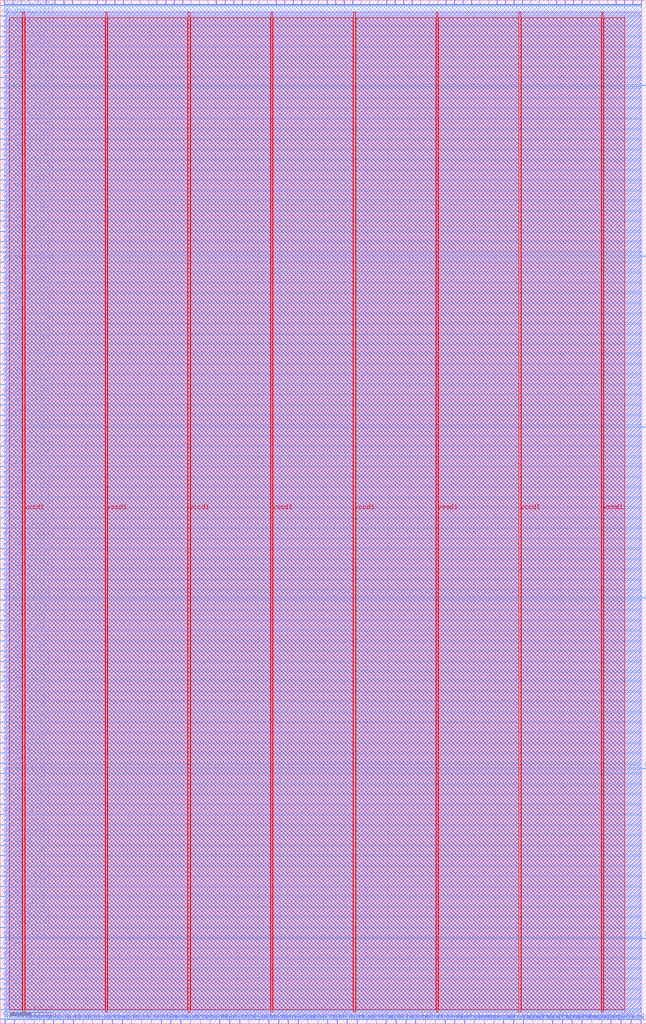
<source format=lef>
VERSION 5.7 ;
  NOWIREEXTENSIONATPIN ON ;
  DIVIDERCHAR "/" ;
  BUSBITCHARS "[]" ;
MACRO Peripherals
  CLASS BLOCK ;
  FOREIGN Peripherals ;
  ORIGIN 0.000 0.000 ;
  SIZE 600.000 BY 950.000 ;
  PIN flash_csb
    DIRECTION INPUT ;
    USE SIGNAL ;
    PORT
      LAYER met2 ;
        RECT 367.630 0.000 367.910 4.000 ;
    END
  END flash_csb
  PIN flash_io0_read
    DIRECTION OUTPUT TRISTATE ;
    USE SIGNAL ;
    PORT
      LAYER met2 ;
        RECT 376.830 0.000 377.110 4.000 ;
    END
  END flash_io0_read
  PIN flash_io0_we
    DIRECTION INPUT ;
    USE SIGNAL ;
    PORT
      LAYER met2 ;
        RECT 385.570 0.000 385.850 4.000 ;
    END
  END flash_io0_we
  PIN flash_io0_write
    DIRECTION INPUT ;
    USE SIGNAL ;
    PORT
      LAYER met2 ;
        RECT 394.770 0.000 395.050 4.000 ;
    END
  END flash_io0_write
  PIN flash_io1_read
    DIRECTION OUTPUT TRISTATE ;
    USE SIGNAL ;
    PORT
      LAYER met2 ;
        RECT 403.970 0.000 404.250 4.000 ;
    END
  END flash_io1_read
  PIN flash_io1_we
    DIRECTION INPUT ;
    USE SIGNAL ;
    PORT
      LAYER met2 ;
        RECT 413.170 0.000 413.450 4.000 ;
    END
  END flash_io1_we
  PIN flash_io1_write
    DIRECTION INPUT ;
    USE SIGNAL ;
    PORT
      LAYER met2 ;
        RECT 421.910 0.000 422.190 4.000 ;
    END
  END flash_io1_write
  PIN flash_sck
    DIRECTION INPUT ;
    USE SIGNAL ;
    PORT
      LAYER met2 ;
        RECT 431.110 0.000 431.390 4.000 ;
    END
  END flash_sck
  PIN internal_uart_rx
    DIRECTION INPUT ;
    USE SIGNAL ;
    PORT
      LAYER met2 ;
        RECT 349.230 0.000 349.510 4.000 ;
    END
  END internal_uart_rx
  PIN internal_uart_tx
    DIRECTION OUTPUT TRISTATE ;
    USE SIGNAL ;
    PORT
      LAYER met2 ;
        RECT 358.430 0.000 358.710 4.000 ;
    END
  END internal_uart_tx
  PIN io_in[0]
    DIRECTION INPUT ;
    USE SIGNAL ;
    PORT
      LAYER met2 ;
        RECT 3.770 946.000 4.050 950.000 ;
    END
  END io_in[0]
  PIN io_in[10]
    DIRECTION INPUT ;
    USE SIGNAL ;
    PORT
      LAYER met2 ;
        RECT 82.430 946.000 82.710 950.000 ;
    END
  END io_in[10]
  PIN io_in[11]
    DIRECTION INPUT ;
    USE SIGNAL ;
    PORT
      LAYER met2 ;
        RECT 90.250 946.000 90.530 950.000 ;
    END
  END io_in[11]
  PIN io_in[12]
    DIRECTION INPUT ;
    USE SIGNAL ;
    PORT
      LAYER met2 ;
        RECT 98.070 946.000 98.350 950.000 ;
    END
  END io_in[12]
  PIN io_in[13]
    DIRECTION INPUT ;
    USE SIGNAL ;
    PORT
      LAYER met2 ;
        RECT 106.350 946.000 106.630 950.000 ;
    END
  END io_in[13]
  PIN io_in[14]
    DIRECTION INPUT ;
    USE SIGNAL ;
    PORT
      LAYER met2 ;
        RECT 114.170 946.000 114.450 950.000 ;
    END
  END io_in[14]
  PIN io_in[15]
    DIRECTION INPUT ;
    USE SIGNAL ;
    PORT
      LAYER met2 ;
        RECT 121.990 946.000 122.270 950.000 ;
    END
  END io_in[15]
  PIN io_in[16]
    DIRECTION INPUT ;
    USE SIGNAL ;
    PORT
      LAYER met2 ;
        RECT 129.810 946.000 130.090 950.000 ;
    END
  END io_in[16]
  PIN io_in[17]
    DIRECTION INPUT ;
    USE SIGNAL ;
    PORT
      LAYER met2 ;
        RECT 137.630 946.000 137.910 950.000 ;
    END
  END io_in[17]
  PIN io_in[18]
    DIRECTION INPUT ;
    USE SIGNAL ;
    PORT
      LAYER met2 ;
        RECT 145.450 946.000 145.730 950.000 ;
    END
  END io_in[18]
  PIN io_in[19]
    DIRECTION INPUT ;
    USE SIGNAL ;
    PORT
      LAYER met2 ;
        RECT 153.730 946.000 154.010 950.000 ;
    END
  END io_in[19]
  PIN io_in[1]
    DIRECTION INPUT ;
    USE SIGNAL ;
    PORT
      LAYER met2 ;
        RECT 11.590 946.000 11.870 950.000 ;
    END
  END io_in[1]
  PIN io_in[20]
    DIRECTION INPUT ;
    USE SIGNAL ;
    PORT
      LAYER met2 ;
        RECT 161.550 946.000 161.830 950.000 ;
    END
  END io_in[20]
  PIN io_in[21]
    DIRECTION INPUT ;
    USE SIGNAL ;
    PORT
      LAYER met2 ;
        RECT 169.370 946.000 169.650 950.000 ;
    END
  END io_in[21]
  PIN io_in[22]
    DIRECTION INPUT ;
    USE SIGNAL ;
    PORT
      LAYER met2 ;
        RECT 177.190 946.000 177.470 950.000 ;
    END
  END io_in[22]
  PIN io_in[23]
    DIRECTION INPUT ;
    USE SIGNAL ;
    PORT
      LAYER met2 ;
        RECT 185.010 946.000 185.290 950.000 ;
    END
  END io_in[23]
  PIN io_in[24]
    DIRECTION INPUT ;
    USE SIGNAL ;
    PORT
      LAYER met2 ;
        RECT 192.830 946.000 193.110 950.000 ;
    END
  END io_in[24]
  PIN io_in[25]
    DIRECTION INPUT ;
    USE SIGNAL ;
    PORT
      LAYER met2 ;
        RECT 200.650 946.000 200.930 950.000 ;
    END
  END io_in[25]
  PIN io_in[26]
    DIRECTION INPUT ;
    USE SIGNAL ;
    PORT
      LAYER met2 ;
        RECT 208.930 946.000 209.210 950.000 ;
    END
  END io_in[26]
  PIN io_in[27]
    DIRECTION INPUT ;
    USE SIGNAL ;
    PORT
      LAYER met2 ;
        RECT 216.750 946.000 217.030 950.000 ;
    END
  END io_in[27]
  PIN io_in[28]
    DIRECTION INPUT ;
    USE SIGNAL ;
    PORT
      LAYER met2 ;
        RECT 224.570 946.000 224.850 950.000 ;
    END
  END io_in[28]
  PIN io_in[29]
    DIRECTION INPUT ;
    USE SIGNAL ;
    PORT
      LAYER met2 ;
        RECT 232.390 946.000 232.670 950.000 ;
    END
  END io_in[29]
  PIN io_in[2]
    DIRECTION INPUT ;
    USE SIGNAL ;
    PORT
      LAYER met2 ;
        RECT 19.410 946.000 19.690 950.000 ;
    END
  END io_in[2]
  PIN io_in[30]
    DIRECTION INPUT ;
    USE SIGNAL ;
    PORT
      LAYER met2 ;
        RECT 240.210 946.000 240.490 950.000 ;
    END
  END io_in[30]
  PIN io_in[31]
    DIRECTION INPUT ;
    USE SIGNAL ;
    PORT
      LAYER met2 ;
        RECT 248.030 946.000 248.310 950.000 ;
    END
  END io_in[31]
  PIN io_in[32]
    DIRECTION INPUT ;
    USE SIGNAL ;
    PORT
      LAYER met2 ;
        RECT 256.310 946.000 256.590 950.000 ;
    END
  END io_in[32]
  PIN io_in[33]
    DIRECTION INPUT ;
    USE SIGNAL ;
    PORT
      LAYER met2 ;
        RECT 264.130 946.000 264.410 950.000 ;
    END
  END io_in[33]
  PIN io_in[34]
    DIRECTION INPUT ;
    USE SIGNAL ;
    PORT
      LAYER met2 ;
        RECT 271.950 946.000 272.230 950.000 ;
    END
  END io_in[34]
  PIN io_in[35]
    DIRECTION INPUT ;
    USE SIGNAL ;
    PORT
      LAYER met2 ;
        RECT 279.770 946.000 280.050 950.000 ;
    END
  END io_in[35]
  PIN io_in[36]
    DIRECTION INPUT ;
    USE SIGNAL ;
    PORT
      LAYER met2 ;
        RECT 287.590 946.000 287.870 950.000 ;
    END
  END io_in[36]
  PIN io_in[37]
    DIRECTION INPUT ;
    USE SIGNAL ;
    PORT
      LAYER met2 ;
        RECT 295.410 946.000 295.690 950.000 ;
    END
  END io_in[37]
  PIN io_in[3]
    DIRECTION INPUT ;
    USE SIGNAL ;
    PORT
      LAYER met2 ;
        RECT 27.230 946.000 27.510 950.000 ;
    END
  END io_in[3]
  PIN io_in[4]
    DIRECTION INPUT ;
    USE SIGNAL ;
    PORT
      LAYER met2 ;
        RECT 35.050 946.000 35.330 950.000 ;
    END
  END io_in[4]
  PIN io_in[5]
    DIRECTION INPUT ;
    USE SIGNAL ;
    PORT
      LAYER met2 ;
        RECT 42.870 946.000 43.150 950.000 ;
    END
  END io_in[5]
  PIN io_in[6]
    DIRECTION INPUT ;
    USE SIGNAL ;
    PORT
      LAYER met2 ;
        RECT 50.690 946.000 50.970 950.000 ;
    END
  END io_in[6]
  PIN io_in[7]
    DIRECTION INPUT ;
    USE SIGNAL ;
    PORT
      LAYER met2 ;
        RECT 58.970 946.000 59.250 950.000 ;
    END
  END io_in[7]
  PIN io_in[8]
    DIRECTION INPUT ;
    USE SIGNAL ;
    PORT
      LAYER met2 ;
        RECT 66.790 946.000 67.070 950.000 ;
    END
  END io_in[8]
  PIN io_in[9]
    DIRECTION INPUT ;
    USE SIGNAL ;
    PORT
      LAYER met2 ;
        RECT 74.610 946.000 74.890 950.000 ;
    END
  END io_in[9]
  PIN io_oeb[0]
    DIRECTION OUTPUT TRISTATE ;
    USE SIGNAL ;
    PORT
      LAYER met2 ;
        RECT 4.230 0.000 4.510 4.000 ;
    END
  END io_oeb[0]
  PIN io_oeb[10]
    DIRECTION OUTPUT TRISTATE ;
    USE SIGNAL ;
    PORT
      LAYER met2 ;
        RECT 94.850 0.000 95.130 4.000 ;
    END
  END io_oeb[10]
  PIN io_oeb[11]
    DIRECTION OUTPUT TRISTATE ;
    USE SIGNAL ;
    PORT
      LAYER met2 ;
        RECT 104.050 0.000 104.330 4.000 ;
    END
  END io_oeb[11]
  PIN io_oeb[12]
    DIRECTION OUTPUT TRISTATE ;
    USE SIGNAL ;
    PORT
      LAYER met2 ;
        RECT 113.250 0.000 113.530 4.000 ;
    END
  END io_oeb[12]
  PIN io_oeb[13]
    DIRECTION OUTPUT TRISTATE ;
    USE SIGNAL ;
    PORT
      LAYER met2 ;
        RECT 121.990 0.000 122.270 4.000 ;
    END
  END io_oeb[13]
  PIN io_oeb[14]
    DIRECTION OUTPUT TRISTATE ;
    USE SIGNAL ;
    PORT
      LAYER met2 ;
        RECT 131.190 0.000 131.470 4.000 ;
    END
  END io_oeb[14]
  PIN io_oeb[15]
    DIRECTION OUTPUT TRISTATE ;
    USE SIGNAL ;
    PORT
      LAYER met2 ;
        RECT 140.390 0.000 140.670 4.000 ;
    END
  END io_oeb[15]
  PIN io_oeb[16]
    DIRECTION OUTPUT TRISTATE ;
    USE SIGNAL ;
    PORT
      LAYER met2 ;
        RECT 149.590 0.000 149.870 4.000 ;
    END
  END io_oeb[16]
  PIN io_oeb[17]
    DIRECTION OUTPUT TRISTATE ;
    USE SIGNAL ;
    PORT
      LAYER met2 ;
        RECT 158.330 0.000 158.610 4.000 ;
    END
  END io_oeb[17]
  PIN io_oeb[18]
    DIRECTION OUTPUT TRISTATE ;
    USE SIGNAL ;
    PORT
      LAYER met2 ;
        RECT 167.530 0.000 167.810 4.000 ;
    END
  END io_oeb[18]
  PIN io_oeb[19]
    DIRECTION OUTPUT TRISTATE ;
    USE SIGNAL ;
    PORT
      LAYER met2 ;
        RECT 176.730 0.000 177.010 4.000 ;
    END
  END io_oeb[19]
  PIN io_oeb[1]
    DIRECTION OUTPUT TRISTATE ;
    USE SIGNAL ;
    PORT
      LAYER met2 ;
        RECT 12.970 0.000 13.250 4.000 ;
    END
  END io_oeb[1]
  PIN io_oeb[20]
    DIRECTION OUTPUT TRISTATE ;
    USE SIGNAL ;
    PORT
      LAYER met2 ;
        RECT 185.930 0.000 186.210 4.000 ;
    END
  END io_oeb[20]
  PIN io_oeb[21]
    DIRECTION OUTPUT TRISTATE ;
    USE SIGNAL ;
    PORT
      LAYER met2 ;
        RECT 194.670 0.000 194.950 4.000 ;
    END
  END io_oeb[21]
  PIN io_oeb[22]
    DIRECTION OUTPUT TRISTATE ;
    USE SIGNAL ;
    PORT
      LAYER met2 ;
        RECT 203.870 0.000 204.150 4.000 ;
    END
  END io_oeb[22]
  PIN io_oeb[23]
    DIRECTION OUTPUT TRISTATE ;
    USE SIGNAL ;
    PORT
      LAYER met2 ;
        RECT 213.070 0.000 213.350 4.000 ;
    END
  END io_oeb[23]
  PIN io_oeb[24]
    DIRECTION OUTPUT TRISTATE ;
    USE SIGNAL ;
    PORT
      LAYER met2 ;
        RECT 222.270 0.000 222.550 4.000 ;
    END
  END io_oeb[24]
  PIN io_oeb[25]
    DIRECTION OUTPUT TRISTATE ;
    USE SIGNAL ;
    PORT
      LAYER met2 ;
        RECT 231.010 0.000 231.290 4.000 ;
    END
  END io_oeb[25]
  PIN io_oeb[26]
    DIRECTION OUTPUT TRISTATE ;
    USE SIGNAL ;
    PORT
      LAYER met2 ;
        RECT 240.210 0.000 240.490 4.000 ;
    END
  END io_oeb[26]
  PIN io_oeb[27]
    DIRECTION OUTPUT TRISTATE ;
    USE SIGNAL ;
    PORT
      LAYER met2 ;
        RECT 249.410 0.000 249.690 4.000 ;
    END
  END io_oeb[27]
  PIN io_oeb[28]
    DIRECTION OUTPUT TRISTATE ;
    USE SIGNAL ;
    PORT
      LAYER met2 ;
        RECT 258.610 0.000 258.890 4.000 ;
    END
  END io_oeb[28]
  PIN io_oeb[29]
    DIRECTION OUTPUT TRISTATE ;
    USE SIGNAL ;
    PORT
      LAYER met2 ;
        RECT 267.350 0.000 267.630 4.000 ;
    END
  END io_oeb[29]
  PIN io_oeb[2]
    DIRECTION OUTPUT TRISTATE ;
    USE SIGNAL ;
    PORT
      LAYER met2 ;
        RECT 22.170 0.000 22.450 4.000 ;
    END
  END io_oeb[2]
  PIN io_oeb[30]
    DIRECTION OUTPUT TRISTATE ;
    USE SIGNAL ;
    PORT
      LAYER met2 ;
        RECT 276.550 0.000 276.830 4.000 ;
    END
  END io_oeb[30]
  PIN io_oeb[31]
    DIRECTION OUTPUT TRISTATE ;
    USE SIGNAL ;
    PORT
      LAYER met2 ;
        RECT 285.750 0.000 286.030 4.000 ;
    END
  END io_oeb[31]
  PIN io_oeb[32]
    DIRECTION OUTPUT TRISTATE ;
    USE SIGNAL ;
    PORT
      LAYER met2 ;
        RECT 294.950 0.000 295.230 4.000 ;
    END
  END io_oeb[32]
  PIN io_oeb[33]
    DIRECTION OUTPUT TRISTATE ;
    USE SIGNAL ;
    PORT
      LAYER met2 ;
        RECT 304.150 0.000 304.430 4.000 ;
    END
  END io_oeb[33]
  PIN io_oeb[34]
    DIRECTION OUTPUT TRISTATE ;
    USE SIGNAL ;
    PORT
      LAYER met2 ;
        RECT 312.890 0.000 313.170 4.000 ;
    END
  END io_oeb[34]
  PIN io_oeb[35]
    DIRECTION OUTPUT TRISTATE ;
    USE SIGNAL ;
    PORT
      LAYER met2 ;
        RECT 322.090 0.000 322.370 4.000 ;
    END
  END io_oeb[35]
  PIN io_oeb[36]
    DIRECTION OUTPUT TRISTATE ;
    USE SIGNAL ;
    PORT
      LAYER met2 ;
        RECT 331.290 0.000 331.570 4.000 ;
    END
  END io_oeb[36]
  PIN io_oeb[37]
    DIRECTION OUTPUT TRISTATE ;
    USE SIGNAL ;
    PORT
      LAYER met2 ;
        RECT 340.490 0.000 340.770 4.000 ;
    END
  END io_oeb[37]
  PIN io_oeb[3]
    DIRECTION OUTPUT TRISTATE ;
    USE SIGNAL ;
    PORT
      LAYER met2 ;
        RECT 31.370 0.000 31.650 4.000 ;
    END
  END io_oeb[3]
  PIN io_oeb[4]
    DIRECTION OUTPUT TRISTATE ;
    USE SIGNAL ;
    PORT
      LAYER met2 ;
        RECT 40.570 0.000 40.850 4.000 ;
    END
  END io_oeb[4]
  PIN io_oeb[5]
    DIRECTION OUTPUT TRISTATE ;
    USE SIGNAL ;
    PORT
      LAYER met2 ;
        RECT 49.310 0.000 49.590 4.000 ;
    END
  END io_oeb[5]
  PIN io_oeb[6]
    DIRECTION OUTPUT TRISTATE ;
    USE SIGNAL ;
    PORT
      LAYER met2 ;
        RECT 58.510 0.000 58.790 4.000 ;
    END
  END io_oeb[6]
  PIN io_oeb[7]
    DIRECTION OUTPUT TRISTATE ;
    USE SIGNAL ;
    PORT
      LAYER met2 ;
        RECT 67.710 0.000 67.990 4.000 ;
    END
  END io_oeb[7]
  PIN io_oeb[8]
    DIRECTION OUTPUT TRISTATE ;
    USE SIGNAL ;
    PORT
      LAYER met2 ;
        RECT 76.910 0.000 77.190 4.000 ;
    END
  END io_oeb[8]
  PIN io_oeb[9]
    DIRECTION OUTPUT TRISTATE ;
    USE SIGNAL ;
    PORT
      LAYER met2 ;
        RECT 85.650 0.000 85.930 4.000 ;
    END
  END io_oeb[9]
  PIN io_out[0]
    DIRECTION OUTPUT TRISTATE ;
    USE SIGNAL ;
    PORT
      LAYER met2 ;
        RECT 303.690 946.000 303.970 950.000 ;
    END
  END io_out[0]
  PIN io_out[10]
    DIRECTION OUTPUT TRISTATE ;
    USE SIGNAL ;
    PORT
      LAYER met2 ;
        RECT 382.350 946.000 382.630 950.000 ;
    END
  END io_out[10]
  PIN io_out[11]
    DIRECTION OUTPUT TRISTATE ;
    USE SIGNAL ;
    PORT
      LAYER met2 ;
        RECT 390.170 946.000 390.450 950.000 ;
    END
  END io_out[11]
  PIN io_out[12]
    DIRECTION OUTPUT TRISTATE ;
    USE SIGNAL ;
    PORT
      LAYER met2 ;
        RECT 397.990 946.000 398.270 950.000 ;
    END
  END io_out[12]
  PIN io_out[13]
    DIRECTION OUTPUT TRISTATE ;
    USE SIGNAL ;
    PORT
      LAYER met2 ;
        RECT 406.270 946.000 406.550 950.000 ;
    END
  END io_out[13]
  PIN io_out[14]
    DIRECTION OUTPUT TRISTATE ;
    USE SIGNAL ;
    PORT
      LAYER met2 ;
        RECT 414.090 946.000 414.370 950.000 ;
    END
  END io_out[14]
  PIN io_out[15]
    DIRECTION OUTPUT TRISTATE ;
    USE SIGNAL ;
    PORT
      LAYER met2 ;
        RECT 421.910 946.000 422.190 950.000 ;
    END
  END io_out[15]
  PIN io_out[16]
    DIRECTION OUTPUT TRISTATE ;
    USE SIGNAL ;
    PORT
      LAYER met2 ;
        RECT 429.730 946.000 430.010 950.000 ;
    END
  END io_out[16]
  PIN io_out[17]
    DIRECTION OUTPUT TRISTATE ;
    USE SIGNAL ;
    PORT
      LAYER met2 ;
        RECT 437.550 946.000 437.830 950.000 ;
    END
  END io_out[17]
  PIN io_out[18]
    DIRECTION OUTPUT TRISTATE ;
    USE SIGNAL ;
    PORT
      LAYER met2 ;
        RECT 445.370 946.000 445.650 950.000 ;
    END
  END io_out[18]
  PIN io_out[19]
    DIRECTION OUTPUT TRISTATE ;
    USE SIGNAL ;
    PORT
      LAYER met2 ;
        RECT 453.650 946.000 453.930 950.000 ;
    END
  END io_out[19]
  PIN io_out[1]
    DIRECTION OUTPUT TRISTATE ;
    USE SIGNAL ;
    PORT
      LAYER met2 ;
        RECT 311.510 946.000 311.790 950.000 ;
    END
  END io_out[1]
  PIN io_out[20]
    DIRECTION OUTPUT TRISTATE ;
    USE SIGNAL ;
    PORT
      LAYER met2 ;
        RECT 461.470 946.000 461.750 950.000 ;
    END
  END io_out[20]
  PIN io_out[21]
    DIRECTION OUTPUT TRISTATE ;
    USE SIGNAL ;
    PORT
      LAYER met2 ;
        RECT 469.290 946.000 469.570 950.000 ;
    END
  END io_out[21]
  PIN io_out[22]
    DIRECTION OUTPUT TRISTATE ;
    USE SIGNAL ;
    PORT
      LAYER met2 ;
        RECT 477.110 946.000 477.390 950.000 ;
    END
  END io_out[22]
  PIN io_out[23]
    DIRECTION OUTPUT TRISTATE ;
    USE SIGNAL ;
    PORT
      LAYER met2 ;
        RECT 484.930 946.000 485.210 950.000 ;
    END
  END io_out[23]
  PIN io_out[24]
    DIRECTION OUTPUT TRISTATE ;
    USE SIGNAL ;
    PORT
      LAYER met2 ;
        RECT 492.750 946.000 493.030 950.000 ;
    END
  END io_out[24]
  PIN io_out[25]
    DIRECTION OUTPUT TRISTATE ;
    USE SIGNAL ;
    PORT
      LAYER met2 ;
        RECT 500.570 946.000 500.850 950.000 ;
    END
  END io_out[25]
  PIN io_out[26]
    DIRECTION OUTPUT TRISTATE ;
    USE SIGNAL ;
    PORT
      LAYER met2 ;
        RECT 508.850 946.000 509.130 950.000 ;
    END
  END io_out[26]
  PIN io_out[27]
    DIRECTION OUTPUT TRISTATE ;
    USE SIGNAL ;
    PORT
      LAYER met2 ;
        RECT 516.670 946.000 516.950 950.000 ;
    END
  END io_out[27]
  PIN io_out[28]
    DIRECTION OUTPUT TRISTATE ;
    USE SIGNAL ;
    PORT
      LAYER met2 ;
        RECT 524.490 946.000 524.770 950.000 ;
    END
  END io_out[28]
  PIN io_out[29]
    DIRECTION OUTPUT TRISTATE ;
    USE SIGNAL ;
    PORT
      LAYER met2 ;
        RECT 532.310 946.000 532.590 950.000 ;
    END
  END io_out[29]
  PIN io_out[2]
    DIRECTION OUTPUT TRISTATE ;
    USE SIGNAL ;
    PORT
      LAYER met2 ;
        RECT 319.330 946.000 319.610 950.000 ;
    END
  END io_out[2]
  PIN io_out[30]
    DIRECTION OUTPUT TRISTATE ;
    USE SIGNAL ;
    PORT
      LAYER met2 ;
        RECT 540.130 946.000 540.410 950.000 ;
    END
  END io_out[30]
  PIN io_out[31]
    DIRECTION OUTPUT TRISTATE ;
    USE SIGNAL ;
    PORT
      LAYER met2 ;
        RECT 547.950 946.000 548.230 950.000 ;
    END
  END io_out[31]
  PIN io_out[32]
    DIRECTION OUTPUT TRISTATE ;
    USE SIGNAL ;
    PORT
      LAYER met2 ;
        RECT 556.230 946.000 556.510 950.000 ;
    END
  END io_out[32]
  PIN io_out[33]
    DIRECTION OUTPUT TRISTATE ;
    USE SIGNAL ;
    PORT
      LAYER met2 ;
        RECT 564.050 946.000 564.330 950.000 ;
    END
  END io_out[33]
  PIN io_out[34]
    DIRECTION OUTPUT TRISTATE ;
    USE SIGNAL ;
    PORT
      LAYER met2 ;
        RECT 571.870 946.000 572.150 950.000 ;
    END
  END io_out[34]
  PIN io_out[35]
    DIRECTION OUTPUT TRISTATE ;
    USE SIGNAL ;
    PORT
      LAYER met2 ;
        RECT 579.690 946.000 579.970 950.000 ;
    END
  END io_out[35]
  PIN io_out[36]
    DIRECTION OUTPUT TRISTATE ;
    USE SIGNAL ;
    PORT
      LAYER met2 ;
        RECT 587.510 946.000 587.790 950.000 ;
    END
  END io_out[36]
  PIN io_out[37]
    DIRECTION OUTPUT TRISTATE ;
    USE SIGNAL ;
    PORT
      LAYER met2 ;
        RECT 595.330 946.000 595.610 950.000 ;
    END
  END io_out[37]
  PIN io_out[3]
    DIRECTION OUTPUT TRISTATE ;
    USE SIGNAL ;
    PORT
      LAYER met2 ;
        RECT 327.150 946.000 327.430 950.000 ;
    END
  END io_out[3]
  PIN io_out[4]
    DIRECTION OUTPUT TRISTATE ;
    USE SIGNAL ;
    PORT
      LAYER met2 ;
        RECT 334.970 946.000 335.250 950.000 ;
    END
  END io_out[4]
  PIN io_out[5]
    DIRECTION OUTPUT TRISTATE ;
    USE SIGNAL ;
    PORT
      LAYER met2 ;
        RECT 342.790 946.000 343.070 950.000 ;
    END
  END io_out[5]
  PIN io_out[6]
    DIRECTION OUTPUT TRISTATE ;
    USE SIGNAL ;
    PORT
      LAYER met2 ;
        RECT 350.610 946.000 350.890 950.000 ;
    END
  END io_out[6]
  PIN io_out[7]
    DIRECTION OUTPUT TRISTATE ;
    USE SIGNAL ;
    PORT
      LAYER met2 ;
        RECT 358.890 946.000 359.170 950.000 ;
    END
  END io_out[7]
  PIN io_out[8]
    DIRECTION OUTPUT TRISTATE ;
    USE SIGNAL ;
    PORT
      LAYER met2 ;
        RECT 366.710 946.000 366.990 950.000 ;
    END
  END io_out[8]
  PIN io_out[9]
    DIRECTION OUTPUT TRISTATE ;
    USE SIGNAL ;
    PORT
      LAYER met2 ;
        RECT 374.530 946.000 374.810 950.000 ;
    END
  END io_out[9]
  PIN jtag_tck
    DIRECTION OUTPUT TRISTATE ;
    USE SIGNAL ;
    PORT
      LAYER met3 ;
        RECT 596.000 395.120 600.000 395.720 ;
    END
  END jtag_tck
  PIN jtag_tdi
    DIRECTION OUTPUT TRISTATE ;
    USE SIGNAL ;
    PORT
      LAYER met3 ;
        RECT 596.000 553.560 600.000 554.160 ;
    END
  END jtag_tdi
  PIN jtag_tdo
    DIRECTION INPUT ;
    USE SIGNAL ;
    PORT
      LAYER met3 ;
        RECT 596.000 712.000 600.000 712.600 ;
    END
  END jtag_tdo
  PIN jtag_tms
    DIRECTION OUTPUT TRISTATE ;
    USE SIGNAL ;
    PORT
      LAYER met3 ;
        RECT 596.000 870.440 600.000 871.040 ;
    END
  END jtag_tms
  PIN peripheral_irq[0]
    DIRECTION OUTPUT TRISTATE ;
    USE SIGNAL ;
    PORT
      LAYER met2 ;
        RECT 440.310 0.000 440.590 4.000 ;
    END
  END peripheral_irq[0]
  PIN peripheral_irq[1]
    DIRECTION OUTPUT TRISTATE ;
    USE SIGNAL ;
    PORT
      LAYER met2 ;
        RECT 449.510 0.000 449.790 4.000 ;
    END
  END peripheral_irq[1]
  PIN peripheral_irq[2]
    DIRECTION OUTPUT TRISTATE ;
    USE SIGNAL ;
    PORT
      LAYER met2 ;
        RECT 458.250 0.000 458.530 4.000 ;
    END
  END peripheral_irq[2]
  PIN peripheral_irq[3]
    DIRECTION OUTPUT TRISTATE ;
    USE SIGNAL ;
    PORT
      LAYER met2 ;
        RECT 467.450 0.000 467.730 4.000 ;
    END
  END peripheral_irq[3]
  PIN peripheral_irq[4]
    DIRECTION OUTPUT TRISTATE ;
    USE SIGNAL ;
    PORT
      LAYER met2 ;
        RECT 476.650 0.000 476.930 4.000 ;
    END
  END peripheral_irq[4]
  PIN peripheral_irq[5]
    DIRECTION OUTPUT TRISTATE ;
    USE SIGNAL ;
    PORT
      LAYER met2 ;
        RECT 485.850 0.000 486.130 4.000 ;
    END
  END peripheral_irq[5]
  PIN peripheral_irq[6]
    DIRECTION OUTPUT TRISTATE ;
    USE SIGNAL ;
    PORT
      LAYER met2 ;
        RECT 494.590 0.000 494.870 4.000 ;
    END
  END peripheral_irq[6]
  PIN peripheral_irq[7]
    DIRECTION OUTPUT TRISTATE ;
    USE SIGNAL ;
    PORT
      LAYER met2 ;
        RECT 503.790 0.000 504.070 4.000 ;
    END
  END peripheral_irq[7]
  PIN peripheral_irq[8]
    DIRECTION OUTPUT TRISTATE ;
    USE SIGNAL ;
    PORT
      LAYER met2 ;
        RECT 512.990 0.000 513.270 4.000 ;
    END
  END peripheral_irq[8]
  PIN peripheral_irq[9]
    DIRECTION OUTPUT TRISTATE ;
    USE SIGNAL ;
    PORT
      LAYER met2 ;
        RECT 522.190 0.000 522.470 4.000 ;
    END
  END peripheral_irq[9]
  PIN probe_blink[0]
    DIRECTION OUTPUT TRISTATE ;
    USE SIGNAL ;
    PORT
      LAYER met3 ;
        RECT 596.000 78.920 600.000 79.520 ;
    END
  END probe_blink[0]
  PIN probe_blink[1]
    DIRECTION OUTPUT TRISTATE ;
    USE SIGNAL ;
    PORT
      LAYER met3 ;
        RECT 596.000 236.680 600.000 237.280 ;
    END
  END probe_blink[1]
  PIN vccd1
    DIRECTION INPUT ;
    USE POWER ;
    PORT
      LAYER met4 ;
        RECT 21.040 10.640 22.640 938.640 ;
    END
    PORT
      LAYER met4 ;
        RECT 174.640 10.640 176.240 938.640 ;
    END
    PORT
      LAYER met4 ;
        RECT 328.240 10.640 329.840 938.640 ;
    END
    PORT
      LAYER met4 ;
        RECT 481.840 10.640 483.440 938.640 ;
    END
  END vccd1
  PIN vga_b[0]
    DIRECTION INPUT ;
    USE SIGNAL ;
    PORT
      LAYER met2 ;
        RECT 549.330 0.000 549.610 4.000 ;
    END
  END vga_b[0]
  PIN vga_b[1]
    DIRECTION INPUT ;
    USE SIGNAL ;
    PORT
      LAYER met2 ;
        RECT 576.470 0.000 576.750 4.000 ;
    END
  END vga_b[1]
  PIN vga_g[0]
    DIRECTION INPUT ;
    USE SIGNAL ;
    PORT
      LAYER met2 ;
        RECT 558.530 0.000 558.810 4.000 ;
    END
  END vga_g[0]
  PIN vga_g[1]
    DIRECTION INPUT ;
    USE SIGNAL ;
    PORT
      LAYER met2 ;
        RECT 585.670 0.000 585.950 4.000 ;
    END
  END vga_g[1]
  PIN vga_hsync
    DIRECTION INPUT ;
    USE SIGNAL ;
    PORT
      LAYER met2 ;
        RECT 530.930 0.000 531.210 4.000 ;
    END
  END vga_hsync
  PIN vga_r[0]
    DIRECTION INPUT ;
    USE SIGNAL ;
    PORT
      LAYER met2 ;
        RECT 567.270 0.000 567.550 4.000 ;
    END
  END vga_r[0]
  PIN vga_r[1]
    DIRECTION INPUT ;
    USE SIGNAL ;
    PORT
      LAYER met2 ;
        RECT 594.870 0.000 595.150 4.000 ;
    END
  END vga_r[1]
  PIN vga_vsync
    DIRECTION INPUT ;
    USE SIGNAL ;
    PORT
      LAYER met2 ;
        RECT 540.130 0.000 540.410 4.000 ;
    END
  END vga_vsync
  PIN vssd1
    DIRECTION INPUT ;
    USE GROUND ;
    PORT
      LAYER met4 ;
        RECT 97.840 10.640 99.440 938.640 ;
    END
    PORT
      LAYER met4 ;
        RECT 251.440 10.640 253.040 938.640 ;
    END
    PORT
      LAYER met4 ;
        RECT 405.040 10.640 406.640 938.640 ;
    END
    PORT
      LAYER met4 ;
        RECT 558.640 10.640 560.240 938.640 ;
    END
  END vssd1
  PIN wb_ack_o
    DIRECTION OUTPUT TRISTATE ;
    USE SIGNAL ;
    PORT
      LAYER met3 ;
        RECT 0.000 4.120 4.000 4.720 ;
    END
  END wb_ack_o
  PIN wb_adr_i[0]
    DIRECTION INPUT ;
    USE SIGNAL ;
    PORT
      LAYER met3 ;
        RECT 0.000 79.600 4.000 80.200 ;
    END
  END wb_adr_i[0]
  PIN wb_adr_i[10]
    DIRECTION INPUT ;
    USE SIGNAL ;
    PORT
      LAYER met3 ;
        RECT 0.000 402.600 4.000 403.200 ;
    END
  END wb_adr_i[10]
  PIN wb_adr_i[11]
    DIRECTION INPUT ;
    USE SIGNAL ;
    PORT
      LAYER met3 ;
        RECT 0.000 431.160 4.000 431.760 ;
    END
  END wb_adr_i[11]
  PIN wb_adr_i[12]
    DIRECTION INPUT ;
    USE SIGNAL ;
    PORT
      LAYER met3 ;
        RECT 0.000 459.720 4.000 460.320 ;
    END
  END wb_adr_i[12]
  PIN wb_adr_i[13]
    DIRECTION INPUT ;
    USE SIGNAL ;
    PORT
      LAYER met3 ;
        RECT 0.000 488.280 4.000 488.880 ;
    END
  END wb_adr_i[13]
  PIN wb_adr_i[14]
    DIRECTION INPUT ;
    USE SIGNAL ;
    PORT
      LAYER met3 ;
        RECT 0.000 516.840 4.000 517.440 ;
    END
  END wb_adr_i[14]
  PIN wb_adr_i[15]
    DIRECTION INPUT ;
    USE SIGNAL ;
    PORT
      LAYER met3 ;
        RECT 0.000 545.400 4.000 546.000 ;
    END
  END wb_adr_i[15]
  PIN wb_adr_i[16]
    DIRECTION INPUT ;
    USE SIGNAL ;
    PORT
      LAYER met3 ;
        RECT 0.000 573.960 4.000 574.560 ;
    END
  END wb_adr_i[16]
  PIN wb_adr_i[17]
    DIRECTION INPUT ;
    USE SIGNAL ;
    PORT
      LAYER met3 ;
        RECT 0.000 602.520 4.000 603.120 ;
    END
  END wb_adr_i[17]
  PIN wb_adr_i[18]
    DIRECTION INPUT ;
    USE SIGNAL ;
    PORT
      LAYER met3 ;
        RECT 0.000 631.080 4.000 631.680 ;
    END
  END wb_adr_i[18]
  PIN wb_adr_i[19]
    DIRECTION INPUT ;
    USE SIGNAL ;
    PORT
      LAYER met3 ;
        RECT 0.000 658.960 4.000 659.560 ;
    END
  END wb_adr_i[19]
  PIN wb_adr_i[1]
    DIRECTION INPUT ;
    USE SIGNAL ;
    PORT
      LAYER met3 ;
        RECT 0.000 117.680 4.000 118.280 ;
    END
  END wb_adr_i[1]
  PIN wb_adr_i[20]
    DIRECTION INPUT ;
    USE SIGNAL ;
    PORT
      LAYER met3 ;
        RECT 0.000 687.520 4.000 688.120 ;
    END
  END wb_adr_i[20]
  PIN wb_adr_i[21]
    DIRECTION INPUT ;
    USE SIGNAL ;
    PORT
      LAYER met3 ;
        RECT 0.000 716.080 4.000 716.680 ;
    END
  END wb_adr_i[21]
  PIN wb_adr_i[22]
    DIRECTION INPUT ;
    USE SIGNAL ;
    PORT
      LAYER met3 ;
        RECT 0.000 744.640 4.000 745.240 ;
    END
  END wb_adr_i[22]
  PIN wb_adr_i[23]
    DIRECTION INPUT ;
    USE SIGNAL ;
    PORT
      LAYER met3 ;
        RECT 0.000 773.200 4.000 773.800 ;
    END
  END wb_adr_i[23]
  PIN wb_adr_i[2]
    DIRECTION INPUT ;
    USE SIGNAL ;
    PORT
      LAYER met3 ;
        RECT 0.000 155.760 4.000 156.360 ;
    END
  END wb_adr_i[2]
  PIN wb_adr_i[3]
    DIRECTION INPUT ;
    USE SIGNAL ;
    PORT
      LAYER met3 ;
        RECT 0.000 193.840 4.000 194.440 ;
    END
  END wb_adr_i[3]
  PIN wb_adr_i[4]
    DIRECTION INPUT ;
    USE SIGNAL ;
    PORT
      LAYER met3 ;
        RECT 0.000 231.920 4.000 232.520 ;
    END
  END wb_adr_i[4]
  PIN wb_adr_i[5]
    DIRECTION INPUT ;
    USE SIGNAL ;
    PORT
      LAYER met3 ;
        RECT 0.000 260.480 4.000 261.080 ;
    END
  END wb_adr_i[5]
  PIN wb_adr_i[6]
    DIRECTION INPUT ;
    USE SIGNAL ;
    PORT
      LAYER met3 ;
        RECT 0.000 289.040 4.000 289.640 ;
    END
  END wb_adr_i[6]
  PIN wb_adr_i[7]
    DIRECTION INPUT ;
    USE SIGNAL ;
    PORT
      LAYER met3 ;
        RECT 0.000 317.600 4.000 318.200 ;
    END
  END wb_adr_i[7]
  PIN wb_adr_i[8]
    DIRECTION INPUT ;
    USE SIGNAL ;
    PORT
      LAYER met3 ;
        RECT 0.000 345.480 4.000 346.080 ;
    END
  END wb_adr_i[8]
  PIN wb_adr_i[9]
    DIRECTION INPUT ;
    USE SIGNAL ;
    PORT
      LAYER met3 ;
        RECT 0.000 374.040 4.000 374.640 ;
    END
  END wb_adr_i[9]
  PIN wb_clk_i
    DIRECTION INPUT ;
    USE SIGNAL ;
    PORT
      LAYER met3 ;
        RECT 0.000 12.960 4.000 13.560 ;
    END
  END wb_clk_i
  PIN wb_cyc_i
    DIRECTION INPUT ;
    USE SIGNAL ;
    PORT
      LAYER met3 ;
        RECT 0.000 22.480 4.000 23.080 ;
    END
  END wb_cyc_i
  PIN wb_data_i[0]
    DIRECTION INPUT ;
    USE SIGNAL ;
    PORT
      LAYER met3 ;
        RECT 0.000 89.120 4.000 89.720 ;
    END
  END wb_data_i[0]
  PIN wb_data_i[10]
    DIRECTION INPUT ;
    USE SIGNAL ;
    PORT
      LAYER met3 ;
        RECT 0.000 412.120 4.000 412.720 ;
    END
  END wb_data_i[10]
  PIN wb_data_i[11]
    DIRECTION INPUT ;
    USE SIGNAL ;
    PORT
      LAYER met3 ;
        RECT 0.000 440.680 4.000 441.280 ;
    END
  END wb_data_i[11]
  PIN wb_data_i[12]
    DIRECTION INPUT ;
    USE SIGNAL ;
    PORT
      LAYER met3 ;
        RECT 0.000 469.240 4.000 469.840 ;
    END
  END wb_data_i[12]
  PIN wb_data_i[13]
    DIRECTION INPUT ;
    USE SIGNAL ;
    PORT
      LAYER met3 ;
        RECT 0.000 497.800 4.000 498.400 ;
    END
  END wb_data_i[13]
  PIN wb_data_i[14]
    DIRECTION INPUT ;
    USE SIGNAL ;
    PORT
      LAYER met3 ;
        RECT 0.000 526.360 4.000 526.960 ;
    END
  END wb_data_i[14]
  PIN wb_data_i[15]
    DIRECTION INPUT ;
    USE SIGNAL ;
    PORT
      LAYER met3 ;
        RECT 0.000 554.920 4.000 555.520 ;
    END
  END wb_data_i[15]
  PIN wb_data_i[16]
    DIRECTION INPUT ;
    USE SIGNAL ;
    PORT
      LAYER met3 ;
        RECT 0.000 583.480 4.000 584.080 ;
    END
  END wb_data_i[16]
  PIN wb_data_i[17]
    DIRECTION INPUT ;
    USE SIGNAL ;
    PORT
      LAYER met3 ;
        RECT 0.000 612.040 4.000 612.640 ;
    END
  END wb_data_i[17]
  PIN wb_data_i[18]
    DIRECTION INPUT ;
    USE SIGNAL ;
    PORT
      LAYER met3 ;
        RECT 0.000 639.920 4.000 640.520 ;
    END
  END wb_data_i[18]
  PIN wb_data_i[19]
    DIRECTION INPUT ;
    USE SIGNAL ;
    PORT
      LAYER met3 ;
        RECT 0.000 668.480 4.000 669.080 ;
    END
  END wb_data_i[19]
  PIN wb_data_i[1]
    DIRECTION INPUT ;
    USE SIGNAL ;
    PORT
      LAYER met3 ;
        RECT 0.000 127.200 4.000 127.800 ;
    END
  END wb_data_i[1]
  PIN wb_data_i[20]
    DIRECTION INPUT ;
    USE SIGNAL ;
    PORT
      LAYER met3 ;
        RECT 0.000 697.040 4.000 697.640 ;
    END
  END wb_data_i[20]
  PIN wb_data_i[21]
    DIRECTION INPUT ;
    USE SIGNAL ;
    PORT
      LAYER met3 ;
        RECT 0.000 725.600 4.000 726.200 ;
    END
  END wb_data_i[21]
  PIN wb_data_i[22]
    DIRECTION INPUT ;
    USE SIGNAL ;
    PORT
      LAYER met3 ;
        RECT 0.000 754.160 4.000 754.760 ;
    END
  END wb_data_i[22]
  PIN wb_data_i[23]
    DIRECTION INPUT ;
    USE SIGNAL ;
    PORT
      LAYER met3 ;
        RECT 0.000 782.720 4.000 783.320 ;
    END
  END wb_data_i[23]
  PIN wb_data_i[24]
    DIRECTION INPUT ;
    USE SIGNAL ;
    PORT
      LAYER met3 ;
        RECT 0.000 801.760 4.000 802.360 ;
    END
  END wb_data_i[24]
  PIN wb_data_i[25]
    DIRECTION INPUT ;
    USE SIGNAL ;
    PORT
      LAYER met3 ;
        RECT 0.000 820.800 4.000 821.400 ;
    END
  END wb_data_i[25]
  PIN wb_data_i[26]
    DIRECTION INPUT ;
    USE SIGNAL ;
    PORT
      LAYER met3 ;
        RECT 0.000 839.840 4.000 840.440 ;
    END
  END wb_data_i[26]
  PIN wb_data_i[27]
    DIRECTION INPUT ;
    USE SIGNAL ;
    PORT
      LAYER met3 ;
        RECT 0.000 858.880 4.000 859.480 ;
    END
  END wb_data_i[27]
  PIN wb_data_i[28]
    DIRECTION INPUT ;
    USE SIGNAL ;
    PORT
      LAYER met3 ;
        RECT 0.000 877.920 4.000 878.520 ;
    END
  END wb_data_i[28]
  PIN wb_data_i[29]
    DIRECTION INPUT ;
    USE SIGNAL ;
    PORT
      LAYER met3 ;
        RECT 0.000 896.960 4.000 897.560 ;
    END
  END wb_data_i[29]
  PIN wb_data_i[2]
    DIRECTION INPUT ;
    USE SIGNAL ;
    PORT
      LAYER met3 ;
        RECT 0.000 165.280 4.000 165.880 ;
    END
  END wb_data_i[2]
  PIN wb_data_i[30]
    DIRECTION INPUT ;
    USE SIGNAL ;
    PORT
      LAYER met3 ;
        RECT 0.000 916.000 4.000 916.600 ;
    END
  END wb_data_i[30]
  PIN wb_data_i[31]
    DIRECTION INPUT ;
    USE SIGNAL ;
    PORT
      LAYER met3 ;
        RECT 0.000 935.040 4.000 935.640 ;
    END
  END wb_data_i[31]
  PIN wb_data_i[3]
    DIRECTION INPUT ;
    USE SIGNAL ;
    PORT
      LAYER met3 ;
        RECT 0.000 203.360 4.000 203.960 ;
    END
  END wb_data_i[3]
  PIN wb_data_i[4]
    DIRECTION INPUT ;
    USE SIGNAL ;
    PORT
      LAYER met3 ;
        RECT 0.000 241.440 4.000 242.040 ;
    END
  END wb_data_i[4]
  PIN wb_data_i[5]
    DIRECTION INPUT ;
    USE SIGNAL ;
    PORT
      LAYER met3 ;
        RECT 0.000 270.000 4.000 270.600 ;
    END
  END wb_data_i[5]
  PIN wb_data_i[6]
    DIRECTION INPUT ;
    USE SIGNAL ;
    PORT
      LAYER met3 ;
        RECT 0.000 298.560 4.000 299.160 ;
    END
  END wb_data_i[6]
  PIN wb_data_i[7]
    DIRECTION INPUT ;
    USE SIGNAL ;
    PORT
      LAYER met3 ;
        RECT 0.000 326.440 4.000 327.040 ;
    END
  END wb_data_i[7]
  PIN wb_data_i[8]
    DIRECTION INPUT ;
    USE SIGNAL ;
    PORT
      LAYER met3 ;
        RECT 0.000 355.000 4.000 355.600 ;
    END
  END wb_data_i[8]
  PIN wb_data_i[9]
    DIRECTION INPUT ;
    USE SIGNAL ;
    PORT
      LAYER met3 ;
        RECT 0.000 383.560 4.000 384.160 ;
    END
  END wb_data_i[9]
  PIN wb_data_o[0]
    DIRECTION OUTPUT TRISTATE ;
    USE SIGNAL ;
    PORT
      LAYER met3 ;
        RECT 0.000 98.640 4.000 99.240 ;
    END
  END wb_data_o[0]
  PIN wb_data_o[10]
    DIRECTION OUTPUT TRISTATE ;
    USE SIGNAL ;
    PORT
      LAYER met3 ;
        RECT 0.000 421.640 4.000 422.240 ;
    END
  END wb_data_o[10]
  PIN wb_data_o[11]
    DIRECTION OUTPUT TRISTATE ;
    USE SIGNAL ;
    PORT
      LAYER met3 ;
        RECT 0.000 450.200 4.000 450.800 ;
    END
  END wb_data_o[11]
  PIN wb_data_o[12]
    DIRECTION OUTPUT TRISTATE ;
    USE SIGNAL ;
    PORT
      LAYER met3 ;
        RECT 0.000 478.760 4.000 479.360 ;
    END
  END wb_data_o[12]
  PIN wb_data_o[13]
    DIRECTION OUTPUT TRISTATE ;
    USE SIGNAL ;
    PORT
      LAYER met3 ;
        RECT 0.000 507.320 4.000 507.920 ;
    END
  END wb_data_o[13]
  PIN wb_data_o[14]
    DIRECTION OUTPUT TRISTATE ;
    USE SIGNAL ;
    PORT
      LAYER met3 ;
        RECT 0.000 535.880 4.000 536.480 ;
    END
  END wb_data_o[14]
  PIN wb_data_o[15]
    DIRECTION OUTPUT TRISTATE ;
    USE SIGNAL ;
    PORT
      LAYER met3 ;
        RECT 0.000 564.440 4.000 565.040 ;
    END
  END wb_data_o[15]
  PIN wb_data_o[16]
    DIRECTION OUTPUT TRISTATE ;
    USE SIGNAL ;
    PORT
      LAYER met3 ;
        RECT 0.000 593.000 4.000 593.600 ;
    END
  END wb_data_o[16]
  PIN wb_data_o[17]
    DIRECTION OUTPUT TRISTATE ;
    USE SIGNAL ;
    PORT
      LAYER met3 ;
        RECT 0.000 621.560 4.000 622.160 ;
    END
  END wb_data_o[17]
  PIN wb_data_o[18]
    DIRECTION OUTPUT TRISTATE ;
    USE SIGNAL ;
    PORT
      LAYER met3 ;
        RECT 0.000 649.440 4.000 650.040 ;
    END
  END wb_data_o[18]
  PIN wb_data_o[19]
    DIRECTION OUTPUT TRISTATE ;
    USE SIGNAL ;
    PORT
      LAYER met3 ;
        RECT 0.000 678.000 4.000 678.600 ;
    END
  END wb_data_o[19]
  PIN wb_data_o[1]
    DIRECTION OUTPUT TRISTATE ;
    USE SIGNAL ;
    PORT
      LAYER met3 ;
        RECT 0.000 136.720 4.000 137.320 ;
    END
  END wb_data_o[1]
  PIN wb_data_o[20]
    DIRECTION OUTPUT TRISTATE ;
    USE SIGNAL ;
    PORT
      LAYER met3 ;
        RECT 0.000 706.560 4.000 707.160 ;
    END
  END wb_data_o[20]
  PIN wb_data_o[21]
    DIRECTION OUTPUT TRISTATE ;
    USE SIGNAL ;
    PORT
      LAYER met3 ;
        RECT 0.000 735.120 4.000 735.720 ;
    END
  END wb_data_o[21]
  PIN wb_data_o[22]
    DIRECTION OUTPUT TRISTATE ;
    USE SIGNAL ;
    PORT
      LAYER met3 ;
        RECT 0.000 763.680 4.000 764.280 ;
    END
  END wb_data_o[22]
  PIN wb_data_o[23]
    DIRECTION OUTPUT TRISTATE ;
    USE SIGNAL ;
    PORT
      LAYER met3 ;
        RECT 0.000 792.240 4.000 792.840 ;
    END
  END wb_data_o[23]
  PIN wb_data_o[24]
    DIRECTION OUTPUT TRISTATE ;
    USE SIGNAL ;
    PORT
      LAYER met3 ;
        RECT 0.000 811.280 4.000 811.880 ;
    END
  END wb_data_o[24]
  PIN wb_data_o[25]
    DIRECTION OUTPUT TRISTATE ;
    USE SIGNAL ;
    PORT
      LAYER met3 ;
        RECT 0.000 830.320 4.000 830.920 ;
    END
  END wb_data_o[25]
  PIN wb_data_o[26]
    DIRECTION OUTPUT TRISTATE ;
    USE SIGNAL ;
    PORT
      LAYER met3 ;
        RECT 0.000 849.360 4.000 849.960 ;
    END
  END wb_data_o[26]
  PIN wb_data_o[27]
    DIRECTION OUTPUT TRISTATE ;
    USE SIGNAL ;
    PORT
      LAYER met3 ;
        RECT 0.000 868.400 4.000 869.000 ;
    END
  END wb_data_o[27]
  PIN wb_data_o[28]
    DIRECTION OUTPUT TRISTATE ;
    USE SIGNAL ;
    PORT
      LAYER met3 ;
        RECT 0.000 887.440 4.000 888.040 ;
    END
  END wb_data_o[28]
  PIN wb_data_o[29]
    DIRECTION OUTPUT TRISTATE ;
    USE SIGNAL ;
    PORT
      LAYER met3 ;
        RECT 0.000 906.480 4.000 907.080 ;
    END
  END wb_data_o[29]
  PIN wb_data_o[2]
    DIRECTION OUTPUT TRISTATE ;
    USE SIGNAL ;
    PORT
      LAYER met3 ;
        RECT 0.000 174.800 4.000 175.400 ;
    END
  END wb_data_o[2]
  PIN wb_data_o[30]
    DIRECTION OUTPUT TRISTATE ;
    USE SIGNAL ;
    PORT
      LAYER met3 ;
        RECT 0.000 925.520 4.000 926.120 ;
    END
  END wb_data_o[30]
  PIN wb_data_o[31]
    DIRECTION OUTPUT TRISTATE ;
    USE SIGNAL ;
    PORT
      LAYER met3 ;
        RECT 0.000 944.560 4.000 945.160 ;
    END
  END wb_data_o[31]
  PIN wb_data_o[3]
    DIRECTION OUTPUT TRISTATE ;
    USE SIGNAL ;
    PORT
      LAYER met3 ;
        RECT 0.000 212.880 4.000 213.480 ;
    END
  END wb_data_o[3]
  PIN wb_data_o[4]
    DIRECTION OUTPUT TRISTATE ;
    USE SIGNAL ;
    PORT
      LAYER met3 ;
        RECT 0.000 250.960 4.000 251.560 ;
    END
  END wb_data_o[4]
  PIN wb_data_o[5]
    DIRECTION OUTPUT TRISTATE ;
    USE SIGNAL ;
    PORT
      LAYER met3 ;
        RECT 0.000 279.520 4.000 280.120 ;
    END
  END wb_data_o[5]
  PIN wb_data_o[6]
    DIRECTION OUTPUT TRISTATE ;
    USE SIGNAL ;
    PORT
      LAYER met3 ;
        RECT 0.000 308.080 4.000 308.680 ;
    END
  END wb_data_o[6]
  PIN wb_data_o[7]
    DIRECTION OUTPUT TRISTATE ;
    USE SIGNAL ;
    PORT
      LAYER met3 ;
        RECT 0.000 335.960 4.000 336.560 ;
    END
  END wb_data_o[7]
  PIN wb_data_o[8]
    DIRECTION OUTPUT TRISTATE ;
    USE SIGNAL ;
    PORT
      LAYER met3 ;
        RECT 0.000 364.520 4.000 365.120 ;
    END
  END wb_data_o[8]
  PIN wb_data_o[9]
    DIRECTION OUTPUT TRISTATE ;
    USE SIGNAL ;
    PORT
      LAYER met3 ;
        RECT 0.000 393.080 4.000 393.680 ;
    END
  END wb_data_o[9]
  PIN wb_error_o
    DIRECTION OUTPUT TRISTATE ;
    USE SIGNAL ;
    PORT
      LAYER met3 ;
        RECT 0.000 32.000 4.000 32.600 ;
    END
  END wb_error_o
  PIN wb_rst_i
    DIRECTION INPUT ;
    USE SIGNAL ;
    PORT
      LAYER met3 ;
        RECT 0.000 41.520 4.000 42.120 ;
    END
  END wb_rst_i
  PIN wb_sel_i[0]
    DIRECTION INPUT ;
    USE SIGNAL ;
    PORT
      LAYER met3 ;
        RECT 0.000 108.160 4.000 108.760 ;
    END
  END wb_sel_i[0]
  PIN wb_sel_i[1]
    DIRECTION INPUT ;
    USE SIGNAL ;
    PORT
      LAYER met3 ;
        RECT 0.000 146.240 4.000 146.840 ;
    END
  END wb_sel_i[1]
  PIN wb_sel_i[2]
    DIRECTION INPUT ;
    USE SIGNAL ;
    PORT
      LAYER met3 ;
        RECT 0.000 184.320 4.000 184.920 ;
    END
  END wb_sel_i[2]
  PIN wb_sel_i[3]
    DIRECTION INPUT ;
    USE SIGNAL ;
    PORT
      LAYER met3 ;
        RECT 0.000 222.400 4.000 223.000 ;
    END
  END wb_sel_i[3]
  PIN wb_stall_o
    DIRECTION OUTPUT TRISTATE ;
    USE SIGNAL ;
    PORT
      LAYER met3 ;
        RECT 0.000 51.040 4.000 51.640 ;
    END
  END wb_stall_o
  PIN wb_stb_i
    DIRECTION INPUT ;
    USE SIGNAL ;
    PORT
      LAYER met3 ;
        RECT 0.000 60.560 4.000 61.160 ;
    END
  END wb_stb_i
  PIN wb_we_i
    DIRECTION INPUT ;
    USE SIGNAL ;
    PORT
      LAYER met3 ;
        RECT 0.000 70.080 4.000 70.680 ;
    END
  END wb_we_i
  OBS
      LAYER li1 ;
        RECT 5.520 10.795 594.320 938.485 ;
      LAYER met1 ;
        RECT 4.210 7.180 595.630 939.040 ;
      LAYER met2 ;
        RECT 4.330 945.720 11.310 946.290 ;
        RECT 12.150 945.720 19.130 946.290 ;
        RECT 19.970 945.720 26.950 946.290 ;
        RECT 27.790 945.720 34.770 946.290 ;
        RECT 35.610 945.720 42.590 946.290 ;
        RECT 43.430 945.720 50.410 946.290 ;
        RECT 51.250 945.720 58.690 946.290 ;
        RECT 59.530 945.720 66.510 946.290 ;
        RECT 67.350 945.720 74.330 946.290 ;
        RECT 75.170 945.720 82.150 946.290 ;
        RECT 82.990 945.720 89.970 946.290 ;
        RECT 90.810 945.720 97.790 946.290 ;
        RECT 98.630 945.720 106.070 946.290 ;
        RECT 106.910 945.720 113.890 946.290 ;
        RECT 114.730 945.720 121.710 946.290 ;
        RECT 122.550 945.720 129.530 946.290 ;
        RECT 130.370 945.720 137.350 946.290 ;
        RECT 138.190 945.720 145.170 946.290 ;
        RECT 146.010 945.720 153.450 946.290 ;
        RECT 154.290 945.720 161.270 946.290 ;
        RECT 162.110 945.720 169.090 946.290 ;
        RECT 169.930 945.720 176.910 946.290 ;
        RECT 177.750 945.720 184.730 946.290 ;
        RECT 185.570 945.720 192.550 946.290 ;
        RECT 193.390 945.720 200.370 946.290 ;
        RECT 201.210 945.720 208.650 946.290 ;
        RECT 209.490 945.720 216.470 946.290 ;
        RECT 217.310 945.720 224.290 946.290 ;
        RECT 225.130 945.720 232.110 946.290 ;
        RECT 232.950 945.720 239.930 946.290 ;
        RECT 240.770 945.720 247.750 946.290 ;
        RECT 248.590 945.720 256.030 946.290 ;
        RECT 256.870 945.720 263.850 946.290 ;
        RECT 264.690 945.720 271.670 946.290 ;
        RECT 272.510 945.720 279.490 946.290 ;
        RECT 280.330 945.720 287.310 946.290 ;
        RECT 288.150 945.720 295.130 946.290 ;
        RECT 295.970 945.720 303.410 946.290 ;
        RECT 304.250 945.720 311.230 946.290 ;
        RECT 312.070 945.720 319.050 946.290 ;
        RECT 319.890 945.720 326.870 946.290 ;
        RECT 327.710 945.720 334.690 946.290 ;
        RECT 335.530 945.720 342.510 946.290 ;
        RECT 343.350 945.720 350.330 946.290 ;
        RECT 351.170 945.720 358.610 946.290 ;
        RECT 359.450 945.720 366.430 946.290 ;
        RECT 367.270 945.720 374.250 946.290 ;
        RECT 375.090 945.720 382.070 946.290 ;
        RECT 382.910 945.720 389.890 946.290 ;
        RECT 390.730 945.720 397.710 946.290 ;
        RECT 398.550 945.720 405.990 946.290 ;
        RECT 406.830 945.720 413.810 946.290 ;
        RECT 414.650 945.720 421.630 946.290 ;
        RECT 422.470 945.720 429.450 946.290 ;
        RECT 430.290 945.720 437.270 946.290 ;
        RECT 438.110 945.720 445.090 946.290 ;
        RECT 445.930 945.720 453.370 946.290 ;
        RECT 454.210 945.720 461.190 946.290 ;
        RECT 462.030 945.720 469.010 946.290 ;
        RECT 469.850 945.720 476.830 946.290 ;
        RECT 477.670 945.720 484.650 946.290 ;
        RECT 485.490 945.720 492.470 946.290 ;
        RECT 493.310 945.720 500.290 946.290 ;
        RECT 501.130 945.720 508.570 946.290 ;
        RECT 509.410 945.720 516.390 946.290 ;
        RECT 517.230 945.720 524.210 946.290 ;
        RECT 525.050 945.720 532.030 946.290 ;
        RECT 532.870 945.720 539.850 946.290 ;
        RECT 540.690 945.720 547.670 946.290 ;
        RECT 548.510 945.720 555.950 946.290 ;
        RECT 556.790 945.720 563.770 946.290 ;
        RECT 564.610 945.720 571.590 946.290 ;
        RECT 572.430 945.720 579.410 946.290 ;
        RECT 580.250 945.720 587.230 946.290 ;
        RECT 588.070 945.720 595.050 946.290 ;
        RECT 4.240 4.280 595.600 945.720 ;
        RECT 4.790 3.670 12.690 4.280 ;
        RECT 13.530 3.670 21.890 4.280 ;
        RECT 22.730 3.670 31.090 4.280 ;
        RECT 31.930 3.670 40.290 4.280 ;
        RECT 41.130 3.670 49.030 4.280 ;
        RECT 49.870 3.670 58.230 4.280 ;
        RECT 59.070 3.670 67.430 4.280 ;
        RECT 68.270 3.670 76.630 4.280 ;
        RECT 77.470 3.670 85.370 4.280 ;
        RECT 86.210 3.670 94.570 4.280 ;
        RECT 95.410 3.670 103.770 4.280 ;
        RECT 104.610 3.670 112.970 4.280 ;
        RECT 113.810 3.670 121.710 4.280 ;
        RECT 122.550 3.670 130.910 4.280 ;
        RECT 131.750 3.670 140.110 4.280 ;
        RECT 140.950 3.670 149.310 4.280 ;
        RECT 150.150 3.670 158.050 4.280 ;
        RECT 158.890 3.670 167.250 4.280 ;
        RECT 168.090 3.670 176.450 4.280 ;
        RECT 177.290 3.670 185.650 4.280 ;
        RECT 186.490 3.670 194.390 4.280 ;
        RECT 195.230 3.670 203.590 4.280 ;
        RECT 204.430 3.670 212.790 4.280 ;
        RECT 213.630 3.670 221.990 4.280 ;
        RECT 222.830 3.670 230.730 4.280 ;
        RECT 231.570 3.670 239.930 4.280 ;
        RECT 240.770 3.670 249.130 4.280 ;
        RECT 249.970 3.670 258.330 4.280 ;
        RECT 259.170 3.670 267.070 4.280 ;
        RECT 267.910 3.670 276.270 4.280 ;
        RECT 277.110 3.670 285.470 4.280 ;
        RECT 286.310 3.670 294.670 4.280 ;
        RECT 295.510 3.670 303.870 4.280 ;
        RECT 304.710 3.670 312.610 4.280 ;
        RECT 313.450 3.670 321.810 4.280 ;
        RECT 322.650 3.670 331.010 4.280 ;
        RECT 331.850 3.670 340.210 4.280 ;
        RECT 341.050 3.670 348.950 4.280 ;
        RECT 349.790 3.670 358.150 4.280 ;
        RECT 358.990 3.670 367.350 4.280 ;
        RECT 368.190 3.670 376.550 4.280 ;
        RECT 377.390 3.670 385.290 4.280 ;
        RECT 386.130 3.670 394.490 4.280 ;
        RECT 395.330 3.670 403.690 4.280 ;
        RECT 404.530 3.670 412.890 4.280 ;
        RECT 413.730 3.670 421.630 4.280 ;
        RECT 422.470 3.670 430.830 4.280 ;
        RECT 431.670 3.670 440.030 4.280 ;
        RECT 440.870 3.670 449.230 4.280 ;
        RECT 450.070 3.670 457.970 4.280 ;
        RECT 458.810 3.670 467.170 4.280 ;
        RECT 468.010 3.670 476.370 4.280 ;
        RECT 477.210 3.670 485.570 4.280 ;
        RECT 486.410 3.670 494.310 4.280 ;
        RECT 495.150 3.670 503.510 4.280 ;
        RECT 504.350 3.670 512.710 4.280 ;
        RECT 513.550 3.670 521.910 4.280 ;
        RECT 522.750 3.670 530.650 4.280 ;
        RECT 531.490 3.670 539.850 4.280 ;
        RECT 540.690 3.670 549.050 4.280 ;
        RECT 549.890 3.670 558.250 4.280 ;
        RECT 559.090 3.670 566.990 4.280 ;
        RECT 567.830 3.670 576.190 4.280 ;
        RECT 577.030 3.670 585.390 4.280 ;
        RECT 586.230 3.670 594.590 4.280 ;
        RECT 595.430 3.670 595.600 4.280 ;
      LAYER met3 ;
        RECT 4.400 944.160 596.000 945.025 ;
        RECT 4.000 936.040 596.000 944.160 ;
        RECT 4.400 934.640 596.000 936.040 ;
        RECT 4.000 926.520 596.000 934.640 ;
        RECT 4.400 925.120 596.000 926.520 ;
        RECT 4.000 917.000 596.000 925.120 ;
        RECT 4.400 915.600 596.000 917.000 ;
        RECT 4.000 907.480 596.000 915.600 ;
        RECT 4.400 906.080 596.000 907.480 ;
        RECT 4.000 897.960 596.000 906.080 ;
        RECT 4.400 896.560 596.000 897.960 ;
        RECT 4.000 888.440 596.000 896.560 ;
        RECT 4.400 887.040 596.000 888.440 ;
        RECT 4.000 878.920 596.000 887.040 ;
        RECT 4.400 877.520 596.000 878.920 ;
        RECT 4.000 871.440 596.000 877.520 ;
        RECT 4.000 870.040 595.600 871.440 ;
        RECT 4.000 869.400 596.000 870.040 ;
        RECT 4.400 868.000 596.000 869.400 ;
        RECT 4.000 859.880 596.000 868.000 ;
        RECT 4.400 858.480 596.000 859.880 ;
        RECT 4.000 850.360 596.000 858.480 ;
        RECT 4.400 848.960 596.000 850.360 ;
        RECT 4.000 840.840 596.000 848.960 ;
        RECT 4.400 839.440 596.000 840.840 ;
        RECT 4.000 831.320 596.000 839.440 ;
        RECT 4.400 829.920 596.000 831.320 ;
        RECT 4.000 821.800 596.000 829.920 ;
        RECT 4.400 820.400 596.000 821.800 ;
        RECT 4.000 812.280 596.000 820.400 ;
        RECT 4.400 810.880 596.000 812.280 ;
        RECT 4.000 802.760 596.000 810.880 ;
        RECT 4.400 801.360 596.000 802.760 ;
        RECT 4.000 793.240 596.000 801.360 ;
        RECT 4.400 791.840 596.000 793.240 ;
        RECT 4.000 783.720 596.000 791.840 ;
        RECT 4.400 782.320 596.000 783.720 ;
        RECT 4.000 774.200 596.000 782.320 ;
        RECT 4.400 772.800 596.000 774.200 ;
        RECT 4.000 764.680 596.000 772.800 ;
        RECT 4.400 763.280 596.000 764.680 ;
        RECT 4.000 755.160 596.000 763.280 ;
        RECT 4.400 753.760 596.000 755.160 ;
        RECT 4.000 745.640 596.000 753.760 ;
        RECT 4.400 744.240 596.000 745.640 ;
        RECT 4.000 736.120 596.000 744.240 ;
        RECT 4.400 734.720 596.000 736.120 ;
        RECT 4.000 726.600 596.000 734.720 ;
        RECT 4.400 725.200 596.000 726.600 ;
        RECT 4.000 717.080 596.000 725.200 ;
        RECT 4.400 715.680 596.000 717.080 ;
        RECT 4.000 713.000 596.000 715.680 ;
        RECT 4.000 711.600 595.600 713.000 ;
        RECT 4.000 707.560 596.000 711.600 ;
        RECT 4.400 706.160 596.000 707.560 ;
        RECT 4.000 698.040 596.000 706.160 ;
        RECT 4.400 696.640 596.000 698.040 ;
        RECT 4.000 688.520 596.000 696.640 ;
        RECT 4.400 687.120 596.000 688.520 ;
        RECT 4.000 679.000 596.000 687.120 ;
        RECT 4.400 677.600 596.000 679.000 ;
        RECT 4.000 669.480 596.000 677.600 ;
        RECT 4.400 668.080 596.000 669.480 ;
        RECT 4.000 659.960 596.000 668.080 ;
        RECT 4.400 658.560 596.000 659.960 ;
        RECT 4.000 650.440 596.000 658.560 ;
        RECT 4.400 649.040 596.000 650.440 ;
        RECT 4.000 640.920 596.000 649.040 ;
        RECT 4.400 639.520 596.000 640.920 ;
        RECT 4.000 632.080 596.000 639.520 ;
        RECT 4.400 630.680 596.000 632.080 ;
        RECT 4.000 622.560 596.000 630.680 ;
        RECT 4.400 621.160 596.000 622.560 ;
        RECT 4.000 613.040 596.000 621.160 ;
        RECT 4.400 611.640 596.000 613.040 ;
        RECT 4.000 603.520 596.000 611.640 ;
        RECT 4.400 602.120 596.000 603.520 ;
        RECT 4.000 594.000 596.000 602.120 ;
        RECT 4.400 592.600 596.000 594.000 ;
        RECT 4.000 584.480 596.000 592.600 ;
        RECT 4.400 583.080 596.000 584.480 ;
        RECT 4.000 574.960 596.000 583.080 ;
        RECT 4.400 573.560 596.000 574.960 ;
        RECT 4.000 565.440 596.000 573.560 ;
        RECT 4.400 564.040 596.000 565.440 ;
        RECT 4.000 555.920 596.000 564.040 ;
        RECT 4.400 554.560 596.000 555.920 ;
        RECT 4.400 554.520 595.600 554.560 ;
        RECT 4.000 553.160 595.600 554.520 ;
        RECT 4.000 546.400 596.000 553.160 ;
        RECT 4.400 545.000 596.000 546.400 ;
        RECT 4.000 536.880 596.000 545.000 ;
        RECT 4.400 535.480 596.000 536.880 ;
        RECT 4.000 527.360 596.000 535.480 ;
        RECT 4.400 525.960 596.000 527.360 ;
        RECT 4.000 517.840 596.000 525.960 ;
        RECT 4.400 516.440 596.000 517.840 ;
        RECT 4.000 508.320 596.000 516.440 ;
        RECT 4.400 506.920 596.000 508.320 ;
        RECT 4.000 498.800 596.000 506.920 ;
        RECT 4.400 497.400 596.000 498.800 ;
        RECT 4.000 489.280 596.000 497.400 ;
        RECT 4.400 487.880 596.000 489.280 ;
        RECT 4.000 479.760 596.000 487.880 ;
        RECT 4.400 478.360 596.000 479.760 ;
        RECT 4.000 470.240 596.000 478.360 ;
        RECT 4.400 468.840 596.000 470.240 ;
        RECT 4.000 460.720 596.000 468.840 ;
        RECT 4.400 459.320 596.000 460.720 ;
        RECT 4.000 451.200 596.000 459.320 ;
        RECT 4.400 449.800 596.000 451.200 ;
        RECT 4.000 441.680 596.000 449.800 ;
        RECT 4.400 440.280 596.000 441.680 ;
        RECT 4.000 432.160 596.000 440.280 ;
        RECT 4.400 430.760 596.000 432.160 ;
        RECT 4.000 422.640 596.000 430.760 ;
        RECT 4.400 421.240 596.000 422.640 ;
        RECT 4.000 413.120 596.000 421.240 ;
        RECT 4.400 411.720 596.000 413.120 ;
        RECT 4.000 403.600 596.000 411.720 ;
        RECT 4.400 402.200 596.000 403.600 ;
        RECT 4.000 396.120 596.000 402.200 ;
        RECT 4.000 394.720 595.600 396.120 ;
        RECT 4.000 394.080 596.000 394.720 ;
        RECT 4.400 392.680 596.000 394.080 ;
        RECT 4.000 384.560 596.000 392.680 ;
        RECT 4.400 383.160 596.000 384.560 ;
        RECT 4.000 375.040 596.000 383.160 ;
        RECT 4.400 373.640 596.000 375.040 ;
        RECT 4.000 365.520 596.000 373.640 ;
        RECT 4.400 364.120 596.000 365.520 ;
        RECT 4.000 356.000 596.000 364.120 ;
        RECT 4.400 354.600 596.000 356.000 ;
        RECT 4.000 346.480 596.000 354.600 ;
        RECT 4.400 345.080 596.000 346.480 ;
        RECT 4.000 336.960 596.000 345.080 ;
        RECT 4.400 335.560 596.000 336.960 ;
        RECT 4.000 327.440 596.000 335.560 ;
        RECT 4.400 326.040 596.000 327.440 ;
        RECT 4.000 318.600 596.000 326.040 ;
        RECT 4.400 317.200 596.000 318.600 ;
        RECT 4.000 309.080 596.000 317.200 ;
        RECT 4.400 307.680 596.000 309.080 ;
        RECT 4.000 299.560 596.000 307.680 ;
        RECT 4.400 298.160 596.000 299.560 ;
        RECT 4.000 290.040 596.000 298.160 ;
        RECT 4.400 288.640 596.000 290.040 ;
        RECT 4.000 280.520 596.000 288.640 ;
        RECT 4.400 279.120 596.000 280.520 ;
        RECT 4.000 271.000 596.000 279.120 ;
        RECT 4.400 269.600 596.000 271.000 ;
        RECT 4.000 261.480 596.000 269.600 ;
        RECT 4.400 260.080 596.000 261.480 ;
        RECT 4.000 251.960 596.000 260.080 ;
        RECT 4.400 250.560 596.000 251.960 ;
        RECT 4.000 242.440 596.000 250.560 ;
        RECT 4.400 241.040 596.000 242.440 ;
        RECT 4.000 237.680 596.000 241.040 ;
        RECT 4.000 236.280 595.600 237.680 ;
        RECT 4.000 232.920 596.000 236.280 ;
        RECT 4.400 231.520 596.000 232.920 ;
        RECT 4.000 223.400 596.000 231.520 ;
        RECT 4.400 222.000 596.000 223.400 ;
        RECT 4.000 213.880 596.000 222.000 ;
        RECT 4.400 212.480 596.000 213.880 ;
        RECT 4.000 204.360 596.000 212.480 ;
        RECT 4.400 202.960 596.000 204.360 ;
        RECT 4.000 194.840 596.000 202.960 ;
        RECT 4.400 193.440 596.000 194.840 ;
        RECT 4.000 185.320 596.000 193.440 ;
        RECT 4.400 183.920 596.000 185.320 ;
        RECT 4.000 175.800 596.000 183.920 ;
        RECT 4.400 174.400 596.000 175.800 ;
        RECT 4.000 166.280 596.000 174.400 ;
        RECT 4.400 164.880 596.000 166.280 ;
        RECT 4.000 156.760 596.000 164.880 ;
        RECT 4.400 155.360 596.000 156.760 ;
        RECT 4.000 147.240 596.000 155.360 ;
        RECT 4.400 145.840 596.000 147.240 ;
        RECT 4.000 137.720 596.000 145.840 ;
        RECT 4.400 136.320 596.000 137.720 ;
        RECT 4.000 128.200 596.000 136.320 ;
        RECT 4.400 126.800 596.000 128.200 ;
        RECT 4.000 118.680 596.000 126.800 ;
        RECT 4.400 117.280 596.000 118.680 ;
        RECT 4.000 109.160 596.000 117.280 ;
        RECT 4.400 107.760 596.000 109.160 ;
        RECT 4.000 99.640 596.000 107.760 ;
        RECT 4.400 98.240 596.000 99.640 ;
        RECT 4.000 90.120 596.000 98.240 ;
        RECT 4.400 88.720 596.000 90.120 ;
        RECT 4.000 80.600 596.000 88.720 ;
        RECT 4.400 79.920 596.000 80.600 ;
        RECT 4.400 79.200 595.600 79.920 ;
        RECT 4.000 78.520 595.600 79.200 ;
        RECT 4.000 71.080 596.000 78.520 ;
        RECT 4.400 69.680 596.000 71.080 ;
        RECT 4.000 61.560 596.000 69.680 ;
        RECT 4.400 60.160 596.000 61.560 ;
        RECT 4.000 52.040 596.000 60.160 ;
        RECT 4.400 50.640 596.000 52.040 ;
        RECT 4.000 42.520 596.000 50.640 ;
        RECT 4.400 41.120 596.000 42.520 ;
        RECT 4.000 33.000 596.000 41.120 ;
        RECT 4.400 31.600 596.000 33.000 ;
        RECT 4.000 23.480 596.000 31.600 ;
        RECT 4.400 22.080 596.000 23.480 ;
        RECT 4.000 13.960 596.000 22.080 ;
        RECT 4.400 12.560 596.000 13.960 ;
        RECT 4.000 5.120 596.000 12.560 ;
        RECT 4.400 4.255 596.000 5.120 ;
      LAYER met4 ;
        RECT 8.575 13.095 20.640 933.465 ;
        RECT 23.040 13.095 97.440 933.465 ;
        RECT 99.840 13.095 174.240 933.465 ;
        RECT 176.640 13.095 251.040 933.465 ;
        RECT 253.440 13.095 327.840 933.465 ;
        RECT 330.240 13.095 404.640 933.465 ;
        RECT 407.040 13.095 481.440 933.465 ;
        RECT 483.840 13.095 558.240 933.465 ;
        RECT 560.640 13.095 580.225 933.465 ;
  END
END Peripherals
END LIBRARY


</source>
